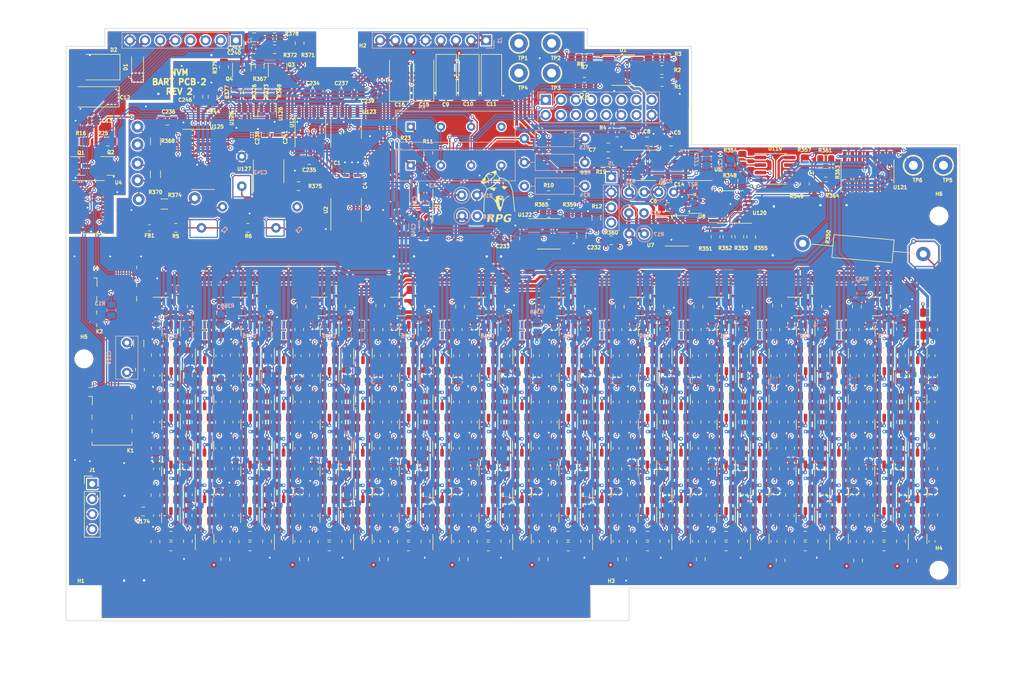
<source format=kicad_pcb>
(kicad_pcb (version 20211014) (generator pcbnew)

  (general
    (thickness 1.69)
  )

  (paper "A4")
  (layers
    (0 "F.Cu" signal)
    (1 "In1.Cu" signal)
    (2 "In2.Cu" signal)
    (31 "B.Cu" signal)
    (32 "B.Adhes" user "B.Adhesive")
    (33 "F.Adhes" user "F.Adhesive")
    (34 "B.Paste" user)
    (35 "F.Paste" user)
    (36 "B.SilkS" user "B.Silkscreen")
    (37 "F.SilkS" user "F.Silkscreen")
    (38 "B.Mask" user)
    (39 "F.Mask" user)
    (40 "Dwgs.User" user "User.Drawings")
    (41 "Cmts.User" user "User.Comments")
    (42 "Eco1.User" user "User.Eco1")
    (43 "Eco2.User" user "User.Eco2")
    (44 "Edge.Cuts" user)
    (45 "Margin" user)
    (46 "B.CrtYd" user "B.Courtyard")
    (47 "F.CrtYd" user "F.Courtyard")
    (48 "B.Fab" user)
    (49 "F.Fab" user)
    (50 "User.1" user)
    (51 "User.2" user)
    (52 "User.3" user)
    (53 "User.4" user)
    (54 "User.5" user)
    (55 "User.6" user)
    (56 "User.7" user)
    (57 "User.8" user)
    (58 "User.9" user)
  )

  (setup
    (stackup
      (layer "F.SilkS" (type "Top Silk Screen"))
      (layer "F.Paste" (type "Top Solder Paste"))
      (layer "F.Mask" (type "Top Solder Mask") (thickness 0.01))
      (layer "F.Cu" (type "copper") (thickness 0.035))
      (layer "dielectric 1" (type "core") (thickness 0.51) (material "FR4") (epsilon_r 4.5) (loss_tangent 0.02))
      (layer "In1.Cu" (type "copper") (thickness 0.035))
      (layer "dielectric 2" (type "prepreg") (thickness 0.51) (material "FR4") (epsilon_r 4.5) (loss_tangent 0.02))
      (layer "In2.Cu" (type "copper") (thickness 0.035))
      (layer "dielectric 3" (type "core") (thickness 0.51) (material "FR4") (epsilon_r 4.5) (loss_tangent 0.02))
      (layer "B.Cu" (type "copper") (thickness 0.035))
      (layer "B.Mask" (type "Bottom Solder Mask") (thickness 0.01))
      (layer "B.Paste" (type "Bottom Solder Paste"))
      (layer "B.SilkS" (type "Bottom Silk Screen"))
      (copper_finish "None")
      (dielectric_constraints no)
    )
    (pad_to_mask_clearance 0)
    (pcbplotparams
      (layerselection 0x00010fc_ffffffff)
      (disableapertmacros false)
      (usegerberextensions false)
      (usegerberattributes false)
      (usegerberadvancedattributes true)
      (creategerberjobfile true)
      (svguseinch false)
      (svgprecision 6)
      (excludeedgelayer true)
      (plotframeref false)
      (viasonmask true)
      (mode 1)
      (useauxorigin false)
      (hpglpennumber 1)
      (hpglpenspeed 20)
      (hpglpendiameter 15.000000)
      (dxfpolygonmode true)
      (dxfimperialunits true)
      (dxfusepcbnewfont true)
      (psnegative false)
      (psa4output false)
      (plotreference true)
      (plotvalue false)
      (plotinvisibletext false)
      (sketchpadsonfab false)
      (subtractmaskfromsilk true)
      (outputformat 1)
      (mirror false)
      (drillshape 0)
      (scaleselection 1)
      (outputdirectory "gerber/")
    )
  )

  (net 0 "")
  (net 1 "+15V")
  (net 2 "GND")
  (net 3 "GNDS")
  (net 4 "-15V")
  (net 5 "+5V")
  (net 6 "/RE_P")
  (net 7 "+3V3")
  (net 8 "Net-(C19-Pad1)")
  (net 9 "Net-(C19-Pad2)")
  (net 10 "Net-(FB3-Pad2)")
  (net 11 "Net-(FB4-Pad2)")
  (net 12 "Net-(FB5-Pad2)")
  (net 13 "Net-(FB6-Pad2)")
  (net 14 "Net-(FB7-Pad2)")
  (net 15 "Net-(FB8-Pad2)")
  (net 16 "Net-(FB9-Pad2)")
  (net 17 "Net-(FB10-Pad2)")
  (net 18 "Net-(FB11-Pad2)")
  (net 19 "Net-(D1-Pad2)")
  (net 20 "Net-(FB1-Pad1)")
  (net 21 "Net-(FB1-Pad2)")
  (net 22 "/LNAMP/L_IN")
  (net 23 "Net-(FB2-Pad2)")
  (net 24 "Net-(J1-Pad1)")
  (net 25 "Net-(J1-Pad2)")
  (net 26 "Net-(J1-Pad3)")
  (net 27 "Net-(J1-Pad4)")
  (net 28 "/MA_G1")
  (net 29 "/MS_A2")
  (net 30 "/MA_G10")
  (net 31 "/MS_A1")
  (net 32 "/MA_G100")
  (net 33 "/MS_A0")
  (net 34 "/JA_DOUT")
  (net 35 "Net-(C2-Pad1)")
  (net 36 "/JA_DIN")
  (net 37 "Net-(C3-Pad1)")
  (net 38 "/COMP")
  (net 39 "/JA_CS")
  (net 40 "Net-(C12-Pad2)")
  (net 41 "/JA_SCK")
  (net 42 "Net-(C235-Pad1)")
  (net 43 "Net-(C235-Pad2)")
  (net 44 "/VREF_EXT")
  (net 45 "/OUT")
  (net 46 "/R1B")
  (net 47 "/R1A")
  (net 48 "/R2B")
  (net 49 "/CP_9M")
  (net 50 "/R2A")
  (net 51 "Net-(K3-Pad1)")
  (net 52 "/RE3")
  (net 53 "unconnected-(J4-Pad7)")
  (net 54 "/RE4")
  (net 55 "Net-(Q1-Pad1)")
  (net 56 "Net-(Q2-Pad1)")
  (net 57 "unconnected-(J4-Pad9)")
  (net 58 "/VR28N")
  (net 59 "unconnected-(J4-Pad11)")
  (net 60 "/VR28P")
  (net 61 "unconnected-(J4-Pad14)")
  (net 62 "/VREF7")
  (net 63 "/CP_07V")
  (net 64 "/CP_70M")
  (net 65 "/LNAMP/LNAMP_2L/LNAMP_1L/OUT")
  (net 66 "GND1")
  (net 67 "/LNAMP/L_OUT")
  (net 68 "/LNAMP/VTRIM")
  (net 69 "/LNAMP/ITRIM")
  (net 70 "/JAMP_OUT")
  (net 71 "/BOOT")
  (net 72 "/MAMP_IN")
  (net 73 "unconnected-(U6-Pad1)")
  (net 74 "unconnected-(U6-Pad5)")
  (net 75 "unconnected-(U6-Pad8)")
  (net 76 "-9V")
  (net 77 "+9V")
  (net 78 "Net-(FB12-Pad2)")
  (net 79 "Net-(FB13-Pad2)")
  (net 80 "Net-(FB14-Pad2)")
  (net 81 "Net-(FB15-Pad2)")
  (net 82 "Net-(FB16-Pad2)")
  (net 83 "Net-(FB17-Pad2)")
  (net 84 "Net-(FB18-Pad2)")
  (net 85 "Net-(FB19-Pad2)")
  (net 86 "Net-(FB20-Pad2)")
  (net 87 "Net-(FB21-Pad2)")
  (net 88 "Net-(FB22-Pad2)")
  (net 89 "Net-(FB23-Pad2)")
  (net 90 "Net-(FB24-Pad2)")
  (net 91 "Net-(FB25-Pad2)")
  (net 92 "Net-(FB26-Pad2)")
  (net 93 "Net-(FB27-Pad2)")
  (net 94 "Net-(FB28-Pad2)")
  (net 95 "Net-(FB29-Pad2)")
  (net 96 "Net-(FB30-Pad2)")
  (net 97 "Net-(FB31-Pad2)")
  (net 98 "Net-(FB32-Pad2)")
  (net 99 "Net-(FB33-Pad2)")
  (net 100 "Net-(FB34-Pad2)")
  (net 101 "Net-(FB35-Pad2)")
  (net 102 "Net-(FB36-Pad2)")
  (net 103 "Net-(FB37-Pad2)")
  (net 104 "Net-(FB38-Pad2)")
  (net 105 "Net-(FB39-Pad2)")
  (net 106 "Net-(FB40-Pad2)")
  (net 107 "Net-(FB41-Pad2)")
  (net 108 "Net-(FB42-Pad2)")
  (net 109 "Net-(FB43-Pad2)")
  (net 110 "Net-(FB44-Pad2)")
  (net 111 "Net-(FB45-Pad2)")
  (net 112 "Net-(FB46-Pad2)")
  (net 113 "Net-(FB47-Pad2)")
  (net 114 "Net-(FB48-Pad2)")
  (net 115 "Net-(FB49-Pad2)")
  (net 116 "Net-(FB50-Pad2)")
  (net 117 "Net-(FB51-Pad2)")
  (net 118 "Net-(FB52-Pad2)")
  (net 119 "Net-(FB53-Pad2)")
  (net 120 "Net-(FB54-Pad2)")
  (net 121 "Net-(FB55-Pad2)")
  (net 122 "Net-(FB56-Pad2)")
  (net 123 "Net-(FB57-Pad2)")
  (net 124 "Net-(FB58-Pad2)")
  (net 125 "Net-(FB59-Pad2)")
  (net 126 "Net-(FB60-Pad2)")
  (net 127 "Net-(FB61-Pad2)")
  (net 128 "Net-(FB62-Pad2)")
  (net 129 "Net-(FB63-Pad2)")
  (net 130 "Net-(FB64-Pad2)")
  (net 131 "Net-(FB65-Pad2)")
  (net 132 "Net-(FB66-Pad2)")
  (net 133 "Net-(FB67-Pad2)")
  (net 134 "Net-(FB68-Pad2)")
  (net 135 "Net-(FB69-Pad2)")
  (net 136 "Net-(FB70-Pad2)")
  (net 137 "Net-(FB71-Pad2)")
  (net 138 "Net-(FB72-Pad2)")
  (net 139 "Net-(FB73-Pad2)")
  (net 140 "Net-(FB74-Pad2)")
  (net 141 "Net-(FB75-Pad2)")
  (net 142 "Net-(FB76-Pad2)")
  (net 143 "Net-(FB77-Pad2)")
  (net 144 "Net-(FB78-Pad2)")
  (net 145 "Net-(FB79-Pad2)")
  (net 146 "Net-(FB80-Pad2)")
  (net 147 "Net-(FB81-Pad2)")
  (net 148 "Net-(FB82-Pad2)")
  (net 149 "Net-(FB83-Pad2)")
  (net 150 "Net-(FB84-Pad2)")
  (net 151 "Net-(FB85-Pad2)")
  (net 152 "Net-(FB86-Pad2)")
  (net 153 "Net-(FB87-Pad2)")
  (net 154 "Net-(FB88-Pad2)")
  (net 155 "Net-(FB89-Pad2)")
  (net 156 "Net-(FB90-Pad2)")
  (net 157 "Net-(FB91-Pad2)")
  (net 158 "Net-(FB92-Pad2)")
  (net 159 "Net-(FB93-Pad2)")
  (net 160 "Net-(FB94-Pad2)")
  (net 161 "Net-(FB95-Pad2)")
  (net 162 "Net-(FB96-Pad2)")
  (net 163 "Net-(FB97-Pad2)")
  (net 164 "Net-(FB98-Pad2)")
  (net 165 "Net-(FB99-Pad2)")
  (net 166 "Net-(FB100-Pad2)")
  (net 167 "Net-(FB101-Pad2)")
  (net 168 "/LNAMP/LNAMP_2L1/LNAMP_1L/OUT")
  (net 169 "/LNAMP/LNAMP_2L2/LNAMP_1L/OUT")
  (net 170 "/LNAMP/LNAMP_2L3/LNAMP_1L/OUT")
  (net 171 "/LNAMP/LNAMP_2L4/LNAMP_1L/OUT")
  (net 172 "/LNAMP/LNAMP_2L5/LNAMP_1L/OUT")
  (net 173 "/LNAMP/LNAMP_2L6/LNAMP_1L/OUT")
  (net 174 "/LNAMP/LNAMP_2L7/LNAMP_1L/OUT")
  (net 175 "/LNAMP/LNAMP_2L8/LNAMP_1L/OUT")
  (net 176 "/LNAMP/LNAMP_2L9/LNAMP_1L/OUT")
  (net 177 "Net-(C240-Pad1)")
  (net 178 "Net-(C40-Pad2)")
  (net 179 "Net-(C40-Pad1)")
  (net 180 "Net-(C60-Pad1)")
  (net 181 "Net-(C60-Pad2)")
  (net 182 "Net-(C61-Pad1)")
  (net 183 "Net-(C61-Pad2)")
  (net 184 "Net-(C80-Pad1)")
  (net 185 "Net-(C80-Pad2)")
  (net 186 "Net-(C81-Pad1)")
  (net 187 "Net-(C81-Pad2)")
  (net 188 "Net-(C59-Pad2)")
  (net 189 "Net-(C59-Pad1)")
  (net 190 "Net-(C41-Pad2)")
  (net 191 "Net-(C41-Pad1)")
  (net 192 "Net-(C39-Pad2)")
  (net 193 "Net-(C39-Pad1)")
  (net 194 "Net-(C38-Pad2)")
  (net 195 "Net-(C38-Pad1)")
  (net 196 "Net-(C21-Pad2)")
  (net 197 "Net-(C21-Pad1)")
  (net 198 "Net-(C20-Pad2)")
  (net 199 "Net-(C20-Pad1)")
  (net 200 "Net-(C18-Pad2)")
  (net 201 "Net-(C18-Pad1)")
  (net 202 "Net-(C17-Pad2)")
  (net 203 "Net-(C17-Pad1)")
  (net 204 "/nvm_amp_main/OUT")
  (net 205 "unconnected-(U123-Pad1)")
  (net 206 "unconnected-(U123-Pad5)")
  (net 207 "unconnected-(U123-Pad8)")
  (net 208 "Net-(C243-Pad1)")
  (net 209 "Net-(J2-Pad1)")
  (net 210 "Net-(C239-Pad1)")
  (net 211 "Net-(C239-Pad2)")
  (net 212 "Net-(C242-Pad1)")
  (net 213 "Net-(J2-Pad2)")
  (net 214 "Net-(J2-Pad3)")
  (net 215 "Net-(J2-Pad4)")
  (net 216 "Net-(J2-Pad5)")
  (net 217 "Net-(C7-Pad1)")
  (net 218 "Net-(C22-Pad2)")
  (net 219 "Net-(C22-Pad1)")
  (net 220 "Net-(C23-Pad2)")
  (net 221 "Net-(C23-Pad1)")
  (net 222 "Net-(C24-Pad2)")
  (net 223 "Net-(C24-Pad1)")
  (net 224 "Net-(C25-Pad2)")
  (net 225 "Net-(C25-Pad1)")
  (net 226 "Net-(C26-Pad2)")
  (net 227 "Net-(C26-Pad1)")
  (net 228 "Net-(C42-Pad2)")
  (net 229 "Net-(C42-Pad1)")
  (net 230 "Net-(C43-Pad2)")
  (net 231 "Net-(C43-Pad1)")
  (net 232 "Net-(C44-Pad2)")
  (net 233 "Net-(C44-Pad1)")
  (net 234 "Net-(C45-Pad2)")
  (net 235 "Net-(C45-Pad1)")
  (net 236 "Net-(C46-Pad2)")
  (net 237 "Net-(C46-Pad1)")
  (net 238 "Net-(C62-Pad2)")
  (net 239 "Net-(C62-Pad1)")
  (net 240 "Net-(C63-Pad2)")
  (net 241 "Net-(C63-Pad1)")
  (net 242 "Net-(C64-Pad2)")
  (net 243 "Net-(C64-Pad1)")
  (net 244 "Net-(C65-Pad2)")
  (net 245 "Net-(C65-Pad1)")
  (net 246 "Net-(C66-Pad2)")
  (net 247 "Net-(C66-Pad1)")
  (net 248 "Net-(C82-Pad2)")
  (net 249 "Net-(C82-Pad1)")
  (net 250 "Net-(C83-Pad2)")
  (net 251 "Net-(C83-Pad1)")
  (net 252 "Net-(C84-Pad2)")
  (net 253 "Net-(C84-Pad1)")
  (net 254 "Net-(C85-Pad2)")
  (net 255 "Net-(C85-Pad1)")
  (net 256 "Net-(C86-Pad2)")
  (net 257 "Net-(C86-Pad1)")
  (net 258 "Net-(C112-Pad2)")
  (net 259 "Net-(C112-Pad1)")
  (net 260 "Net-(C113-Pad2)")
  (net 261 "Net-(C113-Pad1)")
  (net 262 "Net-(C114-Pad2)")
  (net 263 "Net-(C114-Pad1)")
  (net 264 "Net-(C115-Pad2)")
  (net 265 "Net-(C115-Pad1)")
  (net 266 "Net-(C116-Pad2)")
  (net 267 "Net-(C116-Pad1)")
  (net 268 "Net-(C133-Pad2)")
  (net 269 "Net-(C133-Pad1)")
  (net 270 "Net-(C134-Pad2)")
  (net 271 "Net-(C134-Pad1)")
  (net 272 "Net-(C135-Pad2)")
  (net 273 "Net-(C135-Pad1)")
  (net 274 "Net-(C136-Pad2)")
  (net 275 "Net-(C136-Pad1)")
  (net 276 "Net-(C154-Pad2)")
  (net 277 "Net-(C154-Pad1)")
  (net 278 "Net-(C155-Pad2)")
  (net 279 "Net-(C155-Pad1)")
  (net 280 "Net-(C156-Pad2)")
  (net 281 "Net-(C156-Pad1)")
  (net 282 "Net-(C175-Pad2)")
  (net 283 "Net-(C175-Pad1)")
  (net 284 "Net-(C176-Pad2)")
  (net 285 "Net-(C176-Pad1)")
  (net 286 "Net-(C196-Pad2)")
  (net 287 "Net-(C196-Pad1)")
  (net 288 "unconnected-(U2-Pad1)")
  (net 289 "unconnected-(U2-Pad5)")
  (net 290 "unconnected-(U2-Pad8)")
  (net 291 "Net-(K1-Pad3)")
  (net 292 "Net-(J2-Pad6)")
  (net 293 "Net-(K4-Pad1)")
  (net 294 "Net-(C222-Pad1)")
  (net 295 "Net-(C225-Pad1)")
  (net 296 "Net-(C226-Pad1)")
  (net 297 "Net-(R1-Pad1)")
  (net 298 "Net-(R2-Pad1)")
  (net 299 "Net-(R7-Pad1)")
  (net 300 "Net-(R7-Pad2)")
  (net 301 "Net-(R8-Pad2)")
  (net 302 "Net-(R11-Pad1)")
  (net 303 "Net-(R17-Pad2)")
  (net 304 "Net-(Q3-Pad1)")
  (net 305 "Net-(Q4-Pad1)")
  (net 306 "/LNAMP/IN")
  (net 307 "Net-(R58-Pad2)")
  (net 308 "Net-(R90-Pad2)")
  (net 309 "Net-(R122-Pad2)")
  (net 310 "Net-(R154-Pad2)")
  (net 311 "Net-(R156-Pad2)")
  (net 312 "Net-(R21-Pad2)")
  (net 313 "Net-(R188-Pad2)")
  (net 314 "Net-(R220-Pad2)")
  (net 315 "Net-(R252-Pad2)")
  (net 316 "Net-(R284-Pad2)")
  (net 317 "Net-(R316-Pad2)")
  (net 318 "Net-(R348-Pad2)")
  (net 319 "Net-(R349-Pad2)")
  (net 320 "Net-(R351-Pad2)")
  (net 321 "Net-(R352-Pad2)")
  (net 322 "Net-(R353-Pad2)")
  (net 323 "Net-(R361-Pad1)")
  (net 324 "Net-(R362-Pad2)")
  (net 325 "Net-(R363-Pad1)")
  (net 326 "Net-(R364-Pad1)")
  (net 327 "Net-(R366-Pad2)")
  (net 328 "Net-(R368-Pad2)")
  (net 329 "Net-(R355-Pad2)")
  (net 330 "Net-(R370-Pad2)")
  (net 331 "Net-(R373-Pad1)")
  (net 332 "Net-(R376-Pad1)")
  (net 333 "Net-(R358-Pad2)")
  (net 334 "unconnected-(U5-Pad1)")
  (net 335 "unconnected-(U5-Pad5)")
  (net 336 "Net-(R369-Pad1)")
  (net 337 "unconnected-(U5-Pad8)")
  (net 338 "unconnected-(U7-Pad1)")
  (net 339 "unconnected-(U7-Pad5)")
  (net 340 "unconnected-(U7-Pad8)")
  (net 341 "Net-(C47-Pad1)")
  (net 342 "Net-(C47-Pad2)")
  (net 343 "Net-(C67-Pad1)")
  (net 344 "Net-(C67-Pad2)")
  (net 345 "Net-(C68-Pad1)")
  (net 346 "Net-(C68-Pad2)")
  (net 347 "Net-(C87-Pad1)")
  (net 348 "Net-(C87-Pad2)")
  (net 349 "Net-(C88-Pad1)")
  (net 350 "Net-(C88-Pad2)")
  (net 351 "Net-(C89-Pad1)")
  (net 352 "Net-(C89-Pad2)")
  (net 353 "Net-(C117-Pad1)")
  (net 354 "Net-(C117-Pad2)")
  (net 355 "Net-(C118-Pad1)")
  (net 356 "Net-(C118-Pad2)")
  (net 357 "Net-(C119-Pad1)")
  (net 358 "Net-(C119-Pad2)")
  (net 359 "Net-(C120-Pad1)")
  (net 360 "Net-(C120-Pad2)")
  (net 361 "Net-(C121-Pad1)")
  (net 362 "Net-(C121-Pad2)")
  (net 363 "Net-(C137-Pad1)")
  (net 364 "Net-(C137-Pad2)")
  (net 365 "Net-(C138-Pad1)")
  (net 366 "Net-(C138-Pad2)")
  (net 367 "Net-(C139-Pad1)")
  (net 368 "Net-(C139-Pad2)")
  (net 369 "Net-(C140-Pad1)")
  (net 370 "Net-(C140-Pad2)")
  (net 371 "Net-(C141-Pad1)")
  (net 372 "Net-(C141-Pad2)")
  (net 373 "Net-(C142-Pad1)")
  (net 374 "Net-(C142-Pad2)")
  (net 375 "Net-(C157-Pad1)")
  (net 376 "Net-(C157-Pad2)")
  (net 377 "Net-(C158-Pad1)")
  (net 378 "Net-(C158-Pad2)")
  (net 379 "Net-(C159-Pad1)")
  (net 380 "Net-(C159-Pad2)")
  (net 381 "Net-(C160-Pad1)")
  (net 382 "Net-(C160-Pad2)")
  (net 383 "Net-(C161-Pad1)")
  (net 384 "Net-(C161-Pad2)")
  (net 385 "Net-(C162-Pad1)")
  (net 386 "Net-(C162-Pad2)")
  (net 387 "Net-(C163-Pad1)")
  (net 388 "Net-(C163-Pad2)")
  (net 389 "Net-(C177-Pad1)")
  (net 390 "Net-(C177-Pad2)")
  (net 391 "Net-(C178-Pad1)")
  (net 392 "Net-(C178-Pad2)")
  (net 393 "Net-(C179-Pad1)")
  (net 394 "Net-(C179-Pad2)")
  (net 395 "Net-(C180-Pad1)")
  (net 396 "Net-(C180-Pad2)")
  (net 397 "Net-(C181-Pad1)")
  (net 398 "Net-(C181-Pad2)")
  (net 399 "Net-(C182-Pad1)")
  (net 400 "Net-(C182-Pad2)")
  (net 401 "Net-(C183-Pad1)")
  (net 402 "Net-(C183-Pad2)")
  (net 403 "Net-(C184-Pad1)")
  (net 404 "Net-(C184-Pad2)")
  (net 405 "Net-(C197-Pad1)")
  (net 406 "Net-(C197-Pad2)")
  (net 407 "Net-(C198-Pad1)")
  (net 408 "Net-(C198-Pad2)")
  (net 409 "Net-(C199-Pad1)")
  (net 410 "Net-(C199-Pad2)")
  (net 411 "Net-(C200-Pad1)")
  (net 412 "Net-(C200-Pad2)")
  (net 413 "Net-(C201-Pad1)")
  (net 414 "Net-(C201-Pad2)")
  (net 415 "Net-(C202-Pad1)")
  (net 416 "Net-(C202-Pad2)")
  (net 417 "Net-(C203-Pad1)")
  (net 418 "Net-(C203-Pad2)")
  (net 419 "Net-(C204-Pad1)")
  (net 420 "Net-(C204-Pad2)")
  (net 421 "Net-(C205-Pad1)")
  (net 422 "Net-(C205-Pad2)")
  (net 423 "Net-(C217-Pad1)")
  (net 424 "Net-(C217-Pad2)")
  (net 425 "Net-(C218-Pad1)")
  (net 426 "Net-(C218-Pad2)")
  (net 427 "Net-(C219-Pad1)")
  (net 428 "Net-(C219-Pad2)")
  (net 429 "Net-(C220-Pad1)")
  (net 430 "Net-(C220-Pad2)")
  (net 431 "Net-(C221-Pad1)")
  (net 432 "Net-(C221-Pad2)")
  (net 433 "Net-(C222-Pad2)")
  (net 434 "Net-(C223-Pad1)")
  (net 435 "Net-(C223-Pad2)")
  (net 436 "Net-(C224-Pad1)")
  (net 437 "Net-(C224-Pad2)")
  (net 438 "Net-(C225-Pad2)")
  (net 439 "Net-(C226-Pad2)")
  (net 440 "unconnected-(U120-Pad12)")
  (net 441 "unconnected-(U120-Pad13)")
  (net 442 "unconnected-(U120-Pad14)")
  (net 443 "unconnected-(U120-Pad15)")
  (net 444 "unconnected-(U122-Pad1)")
  (net 445 "unconnected-(U122-Pad5)")
  (net 446 "unconnected-(U122-Pad8)")
  (net 447 "unconnected-(U124-Pad1)")
  (net 448 "unconnected-(U124-Pad5)")
  (net 449 "unconnected-(U124-Pad8)")
  (net 450 "unconnected-(U125-Pad9)")
  (net 451 "unconnected-(U125-Pad10)")
  (net 452 "unconnected-(U125-Pad11)")
  (net 453 "unconnected-(U127-Pad1)")
  (net 454 "unconnected-(U127-Pad5)")
  (net 455 "unconnected-(U127-Pad8)")

  (footprint "Resistor_SMD:R_0805_2012Metric" (layer "F.Cu") (at 28.3075 71.0125 -90))

  (footprint "Inductor_SMD:L_0603_1608Metric" (layer "F.Cu") (at 25.65 78.8375 90))

  (footprint "Inductor_SMD:L_0603_1608Metric" (layer "F.Cu") (at 118.825 78.8375 90))

  (footprint "Resistor_SMD:R_0805_2012Metric" (layer "F.Cu") (at 33.7275 58.8 -90))

  (footprint "Capacitor_SMD:C_0805_2012Metric" (layer "F.Cu") (at 76.5375 52.075 180))

  (footprint "Resistor_SMD:R_0805_2012Metric" (layer "F.Cu") (at 126.875 82.30625 -90))

  (footprint "Capacitor_SMD:C_0805_2012Metric" (layer "F.Cu") (at 23.25 59.825 180))

  (footprint "Resistor_SMD:R_0805_2012Metric" (layer "F.Cu") (at 92.5375 51.075 90))

  (footprint "Capacitor_SMD:C_0805_2012Metric" (layer "F.Cu") (at 116.425 83.25 180))

  (footprint "Package_TO_SOT_SMD:SOT-23-5" (layer "F.Cu") (at 63.125 78.4375 90))

  (footprint "Resistor_SMD:R_0805_2012Metric" (layer "F.Cu") (at 113.575 74.475 -90))

  (footprint "Capacitor_SMD:C_0805_2012Metric_Pad1.18x1.45mm_HandSolder" (layer "F.Cu") (at 97.5 19.5))

  (footprint "Inductor_SMD:L_0603_1608Metric" (layer "F.Cu") (at 38.925 63.225 90))

  (footprint "Resistor_SMD:R_0805_2012Metric" (layer "F.Cu") (at 110.775 79.675 180))

  (footprint "Resistor_SMD:R_0805_2012Metric" (layer "F.Cu") (at 36.505 65.825))

  (footprint "Resistor_SMD:R_0805_2012Metric" (layer "F.Cu") (at 30.9275 56.1875 180))

  (footprint "Package_TO_SOT_SMD:SOT-23-5" (layer "F.Cu") (at 84.3275 51.3875 -90))

  (footprint "Capacitor_SMD:C_0805_2012Metric" (layer "F.Cu") (at 89.925 83.25 180))

  (footprint "Capacitor_SMD:C_0805_2012Metric" (layer "F.Cu") (at 103.225 59.825 180))

  (footprint "Resistor_SMD:R_0805_2012Metric" (layer "F.Cu") (at 142.925 73.6375))

  (footprint "Resistor_SMD:R_0805_2012Metric" (layer "F.Cu") (at 103.2375 50.275))

  (footprint "Capacitor_SMD:C_0805_2012Metric_Pad1.18x1.45mm_HandSolder" (layer "F.Cu") (at 46.2 11.4))

  (footprint "Package_TO_SOT_SMD:SOT-23-5" (layer "F.Cu") (at 70.875 74.875 -90))

  (footprint "Capacitor_SMD:C_0805_2012Metric" (layer "F.Cu") (at 44.175 77.875))

  (footprint "TestPoint:TestPoint_Loop_D2.54mm_Drill1.5mm_Beaded" (layer "F.Cu") (at 81.5 3))

  (footprint "Package_TO_SOT_SMD:SOT-23" (layer "F.Cu") (at 29.5 7 90))

  (footprint "Package_TO_SOT_SMD:SOT-23-5" (layer "F.Cu") (at 129.725 78.4375 90))

  (footprint "Resistor_SMD:R_0805_2012Metric" (layer "F.Cu") (at 79.1375 51.075 90))

  (footprint "Resistor_SMD:R_0805_2012Metric" (layer "F.Cu") (at 20.4325 66.6125 -90))

  (footprint "Resistor_SMD:R_0805_2012Metric" (layer "F.Cu") (at 23.25 81.45))

  (footprint "Capacitor_SMD:C_0805_2012Metric" (layer "F.Cu") (at 129.725 83.25 180))

  (footprint "Resistor_SMD:R_0805_2012Metric" (layer "F.Cu") (at 113.6275 50.9875 -90))

  (footprint "Package_TO_SOT_SMD:SOT-23-5" (layer "F.Cu") (at 23.25 86.25 90))

  (footprint "Capacitor_SMD:C_0805_2012Metric" (layer "F.Cu") (at 30.875 85.70625))

  (footprint "Capacitor_SMD:C_0805_2012Metric" (layer "F.Cu") (at 110.775 85.70625))

  (footprint "Resistor_SMD:R_0805_2012Metric" (layer "F.Cu") (at 47.025 78.8375 90))

  (footprint "Capacitor_SMD:C_0805_2012Metric" (layer "F.Cu") (at 63.125 59.825 180))

  (footprint "Resistor_SMD:R_0805_2012Metric" (layer "F.Cu") (at 39.105 66.625 90))

  (footprint "Resistor_SMD:R_0805_2012Metric" (layer "F.Cu") (at 89.925 81.45))

  (footprint "Capacitor_SMD:C_0805_2012Metric" (layer "F.Cu") (at 26.73 89.6375 -90))

  (footprint "Package_TO_SOT_SMD:SOT-23-5" (layer "F.Cu") (at 29.675 47.2))

  (footprint "Resistor_SMD:R_0805_2012Metric" (layer "F.Cu") (at 113 35.5 90))

  (footprint "Resistor_SMD:R_0805_2012Metric" (layer "F.Cu") (at 87.105 71.025 90))

  (footprint "Inductor_SMD:L_0603_1608Metric" (layer "F.Cu") (at 78.925 78.8375 90))

  (footprint "Resistor_SMD:R_0805_2012Metric" (layer "F.Cu") (at 70.9075 71.8125 180))

  (footprint "Inductor_SMD:L_0603_1608Metric" (layer "F.Cu") (at 25.65 63.225 90))

  (footprint "Package_TO_SOT_SMD:SOT-23-5" (layer "F.Cu") (at 142.925 78.4375 90))

  (footprint "Inductor_SMD:L_0603_1608Metric" (layer "F.Cu") (at 118.8375 55.475 90))

  (footprint "Resistor_SMD:R_0805_2012Metric" (layer "F.Cu") (at 52.405 66.625 90))

  (footprint "Resistor_SMD:R_0805_2012Metric" (layer "F.Cu") (at 20.4 74.475 -90))

  (footprint "Resistor_SMD:R_0805_2012Metric" (layer "F.Cu") (at 119.025 74.4375 90))

  (footprint "Package_SO:TSSOP-16_4.4x5mm_P0.65mm" (layer "F.Cu") (at 111.5 30.5 180))

  (footprint "Resistor_SMD:R_0805_2012Metric" (layer "F.Cu") (at 47.0075 66.6125 -90))

  (footprint "Inductor_SMD:L_0603_1608Metric" (layer "F.Cu") (at 41.8275 58.8 -90))

  (footprint "Capacitor_SMD:C_0805_2012Metric" (layer "F.Cu")
    (tedit 5F68FEEE) (tstamp 100d98a3-0b2c-4204-b71b-8b66ffa37771)
    (at 116.4375 52.075 180)
    (descr "Capacitor SMD 0805 (2012 Metric), square (rectangular) end terminal, IPC_7351 nominal, (Body size source: IPC-SM-782 page 76, https://www.pcb-3d.com/wordpress/wp-
... [10774363 chars truncated]
</source>
